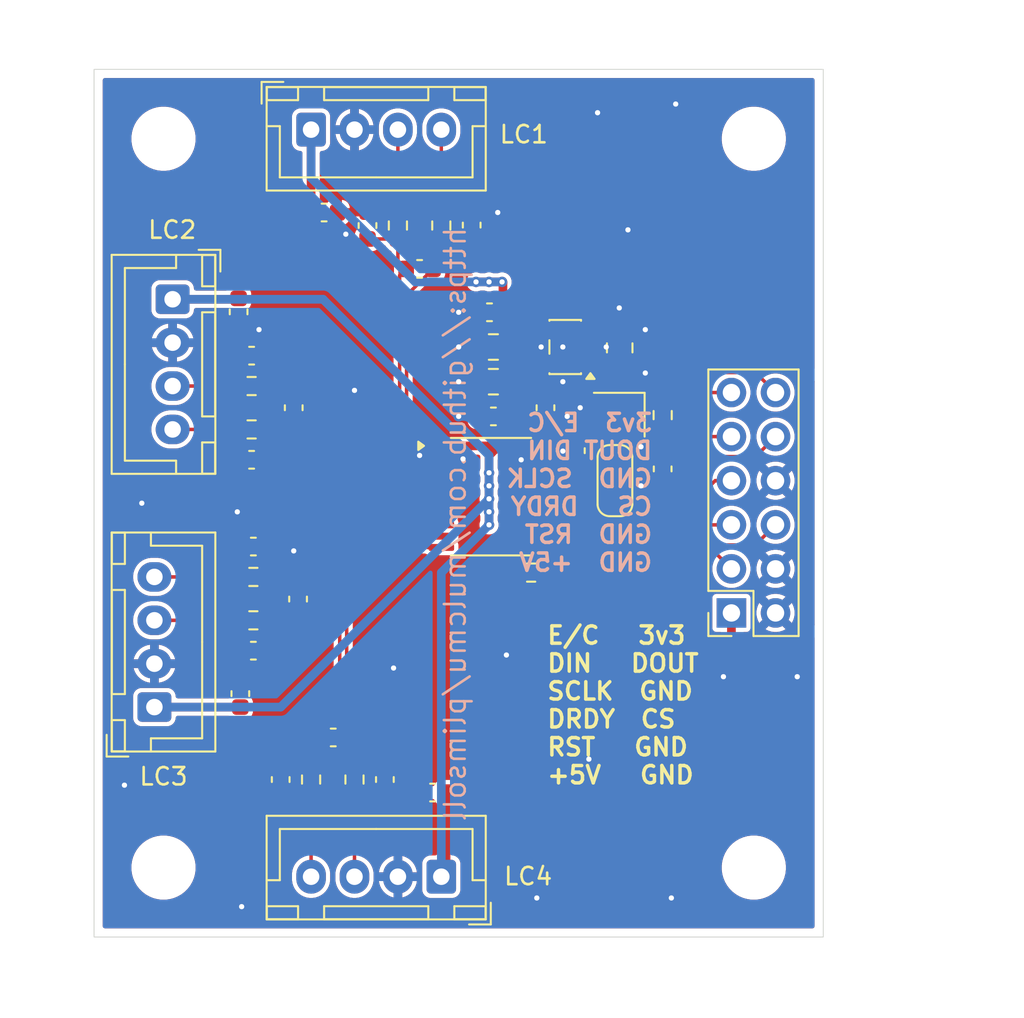
<source format=kicad_pcb>
(kicad_pcb (version 20241229) (generator "pcbnew") (generator_version "9.0")
  (layers (0 "F.Cu" signal) (4 "In1.Cu" signal) (6 "In2.Cu" signal) (2 "B.Cu" signal) (13 "F.Paste" user) (15 "B.Paste" user) (5 "F.SilkS" user "F.Silkscreen") (7 "B.SilkS" user "B.Silkscreen") (1 "F.Mask" user) (3 "B.Mask" user) (25 "Edge.Cuts" user))
  (net 0 "")
  (net 1 "GND")
  (net 2 "Net-(U1-AIN1P)")
  (net 3 "+3.3VADC")
  (net 4 "+3V3")
  (net 5 "Net-(U1-AIN1N)")
  (net 6 "Net-(U1-AIN0P)")
  (net 7 "Net-(U1-AIN0N)")
  (net 8 "+5V")
  (net 9 "Net-(U1-AIN2P)")
  (net 10 "Net-(U1-AIN2N)")
  (net 11 "Net-(U1-AIN3P)")
  (net 12 "Net-(U1-AIN3N)")
  (net 13 "Net-(U1-CAP)")
  (net 14 "/~{CS}")
  (net 15 "/RSET")
  (net 16 "/SCLK")
  (net 17 "/DIN")
  (net 18 "/~{DRDY}")
  (net 19 "/DOUT")
  (net 20 "Net-(Y1-OE)")
  (net 21 "Net-(JP1-C)")
  (net 22 "Net-(JP1-A)")
  (net 24 "/LC1_Signal-")
  (net 25 "/LC1_Signal+")
  (net 26 "/LC2_Signal-")
  (net 27 "/LC2_Signal+")
  (net 28 "/LC3_Signal-")
  (net 29 "/LC3_Signal+")
  (net 30 "/LC4_Signal-")
  (net 31 "/LC4_Signal+")
  (net 32 "/EXT_CLK")
  (footprint "MountingHole:MountingHole_3.2mm_M3" (layer "F.Cu") (at 138 146)
    (property "Reference" "H4" (hide yes))
    (property "Value" "MountingHole")
    (pad "" np_thru_hole circle (at 0 0) (size 3.2 3.2) (drill 3.2) (layers "*.Cu" "*.Mask"))
  )
  (footprint "Resistor_SMD:R_0603_1608Metric" (layer "F.Cu") (at 109.175 129.25 180)
    (property "Reference" "R5" (hide yes))
    (property "Value" "100" (hide yes))
    (pad "1" smd roundrect (at -0.825 0 180) (size 0.8 0.95) (layers "F.Cu" "F.Mask" "F.Paste") (net 9 "Net-(U1-AIN2P)"))
    (pad "2" smd roundrect (at 0.825 0 180) (size 0.8 0.95) (layers "F.Cu" "F.Mask" "F.Paste") (net 29 "/LC3_Signal+"))
  )
  (footprint "Capacitor_SMD:C_0805_2012Metric" (layer "F.Cu") (at 130.275 116.05 90)
    (property "Reference" "C16" (hide yes))
    (property "Value" "1u" (hide yes))
    (pad "1" smd roundrect (at -0.95 0 90) (size 1 1.45) (layers "F.Cu" "F.Mask" "F.Paste") (net 8 "+5V"))
    (pad "2" smd roundrect (at 0.95 0 90) (size 1 1.45) (layers "F.Cu" "F.Mask" "F.Paste") (net 1 "GND"))
  )
  (footprint "Capacitor_SMD:C_0603_1608Metric" (layer "F.Cu") (at 123 120)
    (property "Reference" "C20" (hide yes))
    (property "Value" "100n" (hide yes))
    (pad "1" smd roundrect (at -0.775 0) (size 0.9 0.95) (layers "F.Cu" "F.Mask" "F.Paste") (net 1 "GND"))
    (pad "2" smd roundrect (at 0.775 0) (size 0.9 0.95) (layers "F.Cu" "F.Mask" "F.Paste") (net 3 "+3.3VADC"))
  )
  (footprint "MountingHole:MountingHole_3.2mm_M3" (layer "F.Cu") (at 138 104)
    (property "Reference" "H3" (hide yes))
    (property "Value" "MountingHole")
    (pad "" np_thru_hole circle (at 0 0) (size 3.2 3.2) (drill 3.2) (layers "*.Cu" "*.Mask"))
  )
  (footprint "Package_SO:TSSOP-20_4.4x6.5mm_P0.65mm" (layer "F.Cu") (at 122.8625 124.625)
    (property "Reference" "U1" (hide yes))
    (property "Value" "ADS131M04xPW" (hide yes))
    (pad "1" smd roundrect (at -2.8625 -2.925) (size 1.475 0.4) (layers "F.Cu" "F.Mask" "F.Paste") (net 3 "+3.3VADC"))
    (pad "2" smd roundrect (at -2.8625 -2.275) (size 1.475 0.4) (layers "F.Cu" "F.Mask" "F.Paste") (net 1 "GND"))
    (pad "3" smd roundrect (at -2.8625 -1.625) (size 1.475 0.4) (layers "F.Cu" "F.Mask" "F.Paste") (net 6 "Net-(U1-AIN0P)"))
    (pad "4" smd roundrect (at -2.8625 -0.975) (size 1.475 0.4) (layers "F.Cu" "F.Mask" "F.Paste") (net 7 "Net-(U1-AIN0N)"))
    (pad "5" smd roundrect (at -2.8625 -0.325) (size 1.475 0.4) (layers "F.Cu" "F.Mask" "F.Paste") (net 5 "Net-(U1-AIN1N)"))
    (pad "6" smd roundrect (at -2.8625 0.325) (size 1.475 0.4) (layers "F.Cu" "F.Mask" "F.Paste") (net 2 "Net-(U1-AIN1P)"))
    (pad "7" smd roundrect (at -2.8625 0.975) (size 1.475 0.4) (layers "F.Cu" "F.Mask" "F.Paste") (net 9 "Net-(U1-AIN2P)"))
    (pad "8" smd roundrect (at -2.8625 1.625) (size 1.475 0.4) (layers "F.Cu" "F.Mask" "F.Paste") (net 10 "Net-(U1-AIN2N)"))
    (pad "9" smd roundrect (at -2.8625 2.275) (size 1.475 0.4) (layers "F.Cu" "F.Mask" "F.Paste") (net 12 "Net-(U1-AIN3N)"))
    (pad "10" smd roundrect (at -2.8625 2.925) (size 1.475 0.4) (layers "F.Cu" "F.Mask" "F.Paste") (net 11 "Net-(U1-AIN3P)"))
    (pad "11" smd roundrect (at 2.8625 2.925) (size 1.475 0.4) (layers "F.Cu" "F.Mask" "F.Paste") (net 15 "/RSET"))
    (pad "12" smd roundrect (at 2.8625 2.275) (size 1.475 0.4) (layers "F.Cu" "F.Mask" "F.Paste") (net 14 "/~{CS}"))
    (pad "13" smd roundrect (at 2.8625 1.625) (size 1.475 0.4) (layers "F.Cu" "F.Mask" "F.Paste") (net 18 "/~{DRDY}"))
    (pad "14" smd roundrect (at 2.8625 0.975) (size 1.475 0.4) (layers "F.Cu" "F.Mask" "F.Paste") (net 16 "/SCLK"))
    (pad "15" smd roundrect (at 2.8625 0.325) (size 1.475 0.4) (layers "F.Cu" "F.Mask" "F.Paste") (net 19 "/DOUT"))
    (pad "16" smd roundrect (at 2.8625 -0.325) (size 1.475 0.4) (layers "F.Cu" "F.Mask" "F.Paste") (net 17 "/DIN"))
    (pad "17" smd roundrect (at 2.8625 -0.975) (size 1.475 0.4) (layers "F.Cu" "F.Mask" "F.Paste") (net 21 "Net-(JP1-C)"))
    (pad "18" smd roundrect (at 2.8625 -1.625) (size 1.475 0.4) (layers "F.Cu" "F.Mask" "F.Paste") (net 13 "Net-(U1-CAP)"))
    (pad "19" smd roundrect (at 2.8625 -2.275) (size 1.475 0.4) (layers "F.Cu" "F.Mask" "F.Paste") (net 1 "GND"))
    (pad "20" smd roundrect (at 2.8625 -2.925) (size 1.475 0.4) (layers "F.Cu" "F.Mask" "F.Paste") (net 4 "+3V3"))
  )
  (footprint "Capacitor_SMD:C_0603_1608Metric" (layer "F.Cu") (at 126 119.5 90)
    (property "Reference" "C13" (hide yes))
    (property "Value" "100n" (hide yes))
    (pad "1" smd roundrect (at -0.775 0 90) (size 0.9 0.95) (layers "F.Cu" "F.Mask" "F.Paste") (net 4 "+3V3"))
    (pad "2" smd roundrect (at 0.775 0 90) (size 0.9 0.95) (layers "F.Cu" "F.Mask" "F.Paste") (net 1 "GND"))
  )
  (footprint "Resistor_SMD:R_0603_1608Metric" (layer "F.Cu") (at 125.175 129)
    (property "Reference" "R9" (hide yes))
    (property "Value" "10k" (hide yes))
    (pad "1" smd roundrect (at -0.825 0) (size 0.8 0.95) (layers "F.Cu" "F.Mask" "F.Paste") (net 4 "+3V3"))
    (pad "2" smd roundrect (at 0.825 0) (size 0.8 0.95) (layers "F.Cu" "F.Mask" "F.Paste") (net 15 "/RSET"))
  )
  (footprint "Capacitor_SMD:C_0603_1608Metric" (layer "F.Cu") (at 108.425 135.975 90)
    (property "Reference" "C23" (hide yes))
    (property "Value" "100n" (hide yes))
    (pad "1" smd roundrect (at -0.775 0 90) (size 0.9 0.95) (layers "F.Cu" "F.Mask" "F.Paste") (net 3 "+3.3VADC"))
    (pad "2" smd roundrect (at 0.775 0 90) (size 0.9 0.95) (layers "F.Cu" "F.Mask" "F.Paste") (net 1 "GND"))
  )
  (footprint "Capacitor_SMD:C_0603_1608Metric" (layer "F.Cu") (at 115.75 109 -90)
    (property "Reference" "C2" (hide yes))
    (property "Value" "DNP" (hide yes))
    (pad "1" smd roundrect (at -0.775 0 270) (size 0.9 0.95) (layers "F.Cu" "F.Mask" "F.Paste") (net 1 "GND"))
    (pad "2" smd roundrect (at 0.775 0 270) (size 0.9 0.95) (layers "F.Cu" "F.Mask" "F.Paste") (net 7 "Net-(U1-AIN0N)"))
  )
  (footprint "Connector_PinSocket_2.54mm:PinSocket_2x06_P2.54mm_Vertical" (layer "F.Cu") (at 136.71 131.325 180)
    (property "Reference" "J1" (hide yes))
    (property "Value" "Conn_02x06_Odd_Even" (hide yes))
    (pad "1" thru_hole rect (at 0 0 180) (size 1.7 1.7) (drill 1) (layers "*.Cu" "*.Mask") (net 8 "+5V"))
    (pad "2" thru_hole circle (at -2.54 0 180) (size 1.7 1.7) (drill 1) (layers "*.Cu" "*.Mask") (net 1 "GND"))
    (pad "3" thru_hole circle (at 0 2.54 180) (size 1.7 1.7) (drill 1) (layers "*.Cu" "*.Mask") (net 15 "/RSET"))
    (pad "4" thru_hole circle (at -2.54 2.54 180) (size 1.7 1.7) (drill 1) (layers "*.Cu" "*.Mask") (net 1 "GND"))
    (pad "5" thru_hole circle (at 0 5.08 180) (size 1.7 1.7) (drill 1) (layers "*.Cu" "*.Mask") (net 18 "/~{DRDY}"))
    (pad "6" thru_hole circle (at -2.54 5.08 180) (size 1.7 1.7) (drill 1) (layers "*.Cu" "*.Mask") (net 14 "/~{CS}"))
    (pad "7" thru_hole circle (at 0 7.62 180) (size 1.7 1.7) (drill 1) (layers "*.Cu" "*.Mask") (net 16 "/SCLK"))
    (pad "8" thru_hole circle (at -2.54 7.62 180) (size 1.7 1.7) (drill 1) (layers "*.Cu" "*.Mask") (net 1 "GND"))
    (pad "9" thru_hole circle (at 0 10.16 180) (size 1.7 1.7) (drill 1) (layers "*.Cu" "*.Mask") (net 17 "/DIN"))
    (pad "10" thru_hole circle (at -2.54 10.16 180) (size 1.7 1.7) (drill 1) (layers "*.Cu" "*.Mask") (net 19 "/DOUT"))
    (pad "11" thru_hole circle (at 0 12.7 180) (size 1.7 1.7) (drill 1) (layers "*.Cu" "*.Mask") (net 32 "/EXT_CLK"))
    (pad "12" thru_hole circle (at -2.54 12.7 180) (size 1.7 1.7) (drill 1) (layers "*.Cu" "*.Mask") (net 4 "+3V3"))
  )
  (footprint "Jumper:SolderJumper-3_P1.3mm_Bridged12_RoundedPad1.0x1.5mm_NumberLabels" (layer "F.Cu") (at 130 123.7 -90)
    (property "Reference" "JP1" (hide yes))
    (property "Value" "CLK" (hide yes))
    (fp_poly (pts (xy -0.9 -0.3) (xy -0.4 -0.3) (xy -0.4 0.3) (xy -0.9 0.3)) (fill yes) (layer "F.Cu"))
    (pad "1" smd custom (at -1.3 0 270) (size 1 0.5) (layers "F.Cu" "F.Mask") (net 22 "Net-(JP1-A)") (options (clearance outline) (anchor rect)) (primitives (gr_poly (pts (xy 0.55 0.75) (xy 0 0.75) (xy 0 -0.75) (xy 0.55 -0.75)) (width 0) (fill yes)) (gr_circle (center 0 0.25) (end 0.5 0.25) (width 0) (fill yes)) (gr_circle (center 0 -0.25) (end 0.5 -0.25) (width 0) (fill yes))))
    (pad "2" smd rect (at 0 0 270) (size 1 1.5) (layers "F.Cu" "F.Mask") (net 21 "Net-(JP1-C)"))
    (pad "3" smd custom (at 1.3 0 270) (size 1 0.5) (layers "F.Cu" "F.Mask") (net 32 "/EXT_CLK") (options (clearance outline) (anchor rect)) (primitives (gr_circle (center 0 0.25) (end 0.5 0.25) (width 0) (fill yes)) (gr_circle (center 0 -0.25) (end 0.5 -0.25) (width 0) (fill yes)) (gr_poly (pts (xy 0 0.75) (xy -0.55 0.75) (xy -0.55 -0.75) (xy 0 -0.75)) (width 0) (fill yes))))
  )
  (footprint "Resistor_SMD:R_0603_1608Metric" (layer "F.Cu") (at 120 109 90)
    (property "Reference" "R1" (hide yes))
    (property "Value" "100" (hide yes))
    (pad "1" smd roundrect (at -0.825 0 90) (size 0.8 0.95) (layers "F.Cu" "F.Mask" "F.Paste") (net 6 "Net-(U1-AIN0P)"))
    (pad "2" smd roundrect (at 0.825 0 90) (size 0.8 0.95) (layers "F.Cu" "F.Mask" "F.Paste") (net 25 "/LC1_Signal+"))
  )
  (footprint "Capacitor_SMD:C_0603_1608Metric" (layer "F.Cu") (at 121.75 108.975 -90)
    (property "Reference" "C1" (hide yes))
    (property "Value" "DNP" (hide yes))
    (pad "1" smd roundrect (at -0.775 0 270) (size 0.9 0.95) (layers "F.Cu" "F.Mask" "F.Paste") (net 1 "GND"))
    (pad "2" smd roundrect (at 0.775 0 270) (size 0.9 0.95) (layers "F.Cu" "F.Mask" "F.Paste") (net 6 "Net-(U1-AIN0P)"))
  )
  (footprint "Capacitor_SMD:C_0603_1608Metric" (layer "F.Cu") (at 127.75 121.975 90)
    (property "Reference" "C15" (hide yes))
    (property "Value" "220n" (hide yes))
    (pad "1" smd roundrect (at -0.775 0 90) (size 0.9 0.95) (layers "F.Cu" "F.Mask" "F.Paste") (net 13 "Net-(U1-CAP)"))
    (pad "2" smd roundrect (at 0.775 0 90) (size 0.9 0.95) (layers "F.Cu" "F.Mask" "F.Paste") (net 1 "GND"))
  )
  (footprint "Capacitor_SMD:C_0805_2012Metric" (layer "F.Cu") (at 123 118 180)
    (property "Reference" "C19" (hide yes))
    (property "Value" "10u" (hide yes))
    (pad "1" smd roundrect (at -0.95 0 180) (size 1 1.45) (layers "F.Cu" "F.Mask" "F.Paste") (net 3 "+3.3VADC"))
    (pad "2" smd roundrect (at 0.95 0 180) (size 1 1.45) (layers "F.Cu" "F.Mask" "F.Paste") (net 1 "GND"))
  )
  (footprint "Capacitor_SMD:C_0603_1608Metric" (layer "F.Cu") (at 118.75 111.5)
    (property "Reference" "C9" (hide yes))
    (property "Value" "100n" (hide yes))
    (pad "1" smd roundrect (at -0.775 0) (size 0.9 0.95) (layers "F.Cu" "F.Mask" "F.Paste") (net 7 "Net-(U1-AIN0N)"))
    (pad "2" smd roundrect (at 0.775 0) (size 0.9 0.95) (layers "F.Cu" "F.Mask" "F.Paste") (net 6 "Net-(U1-AIN0P)"))
  )
  (footprint "Connector_JST:JST_XH_B4B-XH-A_1x04_P2.50mm_Vertical" (layer "F.Cu") (at 103.475 136.75 90)
    (property "Reference" "LC3" (at -4 0.525 180) (layer "F.SilkS"))
    (property "Value" "Load Cell")
    (pad "1" thru_hole roundrect (at 0 0 90) (size 1.7 1.95) (drill 0.95) (layers "*.Cu" "*.Mask") (roundrect_rratio 0.147059) (net 3 "+3.3VADC"))
    (pad "2" thru_hole oval (at 2.5 0 90) (size 1.7 1.95) (drill 0.95) (layers "*.Cu" "*.Mask") (net 1 "GND"))
    (pad "3" thru_hole oval (at 5 0 90) (size 1.7 1.95) (drill 0.95) (layers "*.Cu" "*.Mask") (net 28 "/LC3_Signal-"))
    (pad "4" thru_hole oval (at 7.5 0 90) (size 1.7 1.95) (drill 0.95) (layers "*.Cu" "*.Mask") (net 29 "/LC3_Signal+"))
  )
  (footprint "Capacitor_SMD:C_0603_1608Metric" (layer "F.Cu") (at 116.75 140.925 90)
    (property "Reference" "C8" (hide yes))
    (property "Value" "DNP" (hide yes))
    (pad "1" smd roundrect (at -0.775 0 90) (size 0.9 0.95) (layers "F.Cu" "F.Mask" "F.Paste") (net 1 "GND"))
    (pad "2" smd roundrect (at 0.775 0 90) (size 0.9 0.95) (layers "F.Cu" "F.Mask" "F.Paste") (net 11 "Net-(U1-AIN3P)"))
  )
  (footprint "Capacitor_SMD:C_0603_1608Metric" (layer "F.Cu") (at 109.075 122.5)
    (property "Reference" "C3" (hide yes))
    (property "Value" "DNP" (hide yes))
    (pad "1" smd roundrect (at -0.775 0) (size 0.9 0.95) (layers "F.Cu" "F.Mask" "F.Paste") (net 1 "GND"))
    (pad "2" smd roundrect (at 0.775 0) (size 0.9 0.95) (layers "F.Cu" "F.Mask" "F.Paste") (net 2 "Net-(U1-AIN1P)"))
  )
  (footprint "Resistor_SMD:R_0603_1608Metric" (layer "F.Cu") (at 109.175 131.75 180)
    (property "Reference" "R6" (hide yes))
    (property "Value" "100" (hide yes))
    (pad "1" smd roundrect (at -0.825 0 180) (size 0.8 0.95) (layers "F.Cu" "F.Mask" "F.Paste") (net 10 "Net-(U1-AIN2N)"))
    (pad "2" smd roundrect (at 0.825 0 180) (size 0.8 0.95) (layers "F.Cu" "F.Mask" "F.Paste") (net 28 "/LC3_Signal-"))
  )
  (footprint "Capacitor_SMD:C_0603_1608Metric" (layer "F.Cu") (at 119.5 141.675 180)
    (property "Reference" "C24" (hide yes))
    (property "Value" "100n" (hide yes))
    (pad "1" smd roundrect (at -0.775 0 180) (size 0.9 0.95) (layers "F.Cu" "F.Mask" "F.Paste") (net 3 "+3.3VADC"))
    (pad "2" smd roundrect (at 0.775 0 180) (size 0.9 0.95) (layers "F.Cu" "F.Mask" "F.Paste") (net 1 "GND"))
  )
  (footprint "Resistor_SMD:R_0603_1608Metric" (layer "F.Cu") (at 132.75 119.925 90)
    (property "Reference" "R10" (hide yes))
    (property "Value" "10k" (hide yes))
    (pad "1" smd roundrect (at -0.825 0 90) (size 0.8 0.95) (layers "F.Cu" "F.Mask" "F.Paste") (net 4 "+3V3"))
    (pad "2" smd roundrect (at 0.825 0 90) (size 0.8 0.95) (layers "F.Cu" "F.Mask" "F.Paste") (net 20 "Net-(Y1-OE)"))
  )
  (footprint "Connector_JST:JST_XH_B4B-XH-A_1x04_P2.50mm_Vertical" (layer "F.Cu") (at 120 146.525 180)
    (property "Reference" "LC4" (at -5 0.025 0) (layer "F.SilkS"))
    (property "Value" "Load Cell")
    (pad "1" thru_hole roundrect (at 0 0 180) (size 1.7 1.95) (drill 0.95) (layers "*.Cu" "*.Mask") (roundrect_rratio 0.147059) (net 3 "+3.3VADC"))
    (pad "2" thru_hole oval (at 2.5 0 180) (size 1.7 1.95) (drill 0.95) (layers "*.Cu" "*.Mask") (net 1 "GND"))
    (pad "3" thru_hole oval (at 5 0 180) (size 1.7 1.95) (drill 0.95) (layers "*.Cu" "*.Mask") (net 30 "/LC4_Signal-"))
    (pad "4" thru_hole oval (at 7.5 0 180) (size 1.7 1.95) (drill 0.95) (layers "*.Cu" "*.Mask") (net 31 "/LC4_Signal+"))
  )
  (footprint "Oscillator:Oscillator_SMD_SiT_PQFN-4Pin_2.0x1.6mm" (layer "F.Cu") (at 130.25 119.9 180)
    (property "Reference" "Y1" (hide yes))
    (property "Value" "SiT8008xx-7x-xxE" (hide yes))
    (pad "1" smd roundrect (at -0.75 0.6 180) (size 0.9 0.8) (layers "F.Cu" "F.Mask" "F.Paste") (net 20 "Net-(Y1-OE)"))
    (pad "2" smd roundrect (at 0.75 0.6 180) (size 0.9 0.8) (layers "F.Cu" "F.Mask" "F.Paste") (net 1 "GND"))
    (pad "3" smd roundrect (at 0.75 -0.6 180) (size 0.9 0.8) (layers "F.Cu" "F.Mask" "F.Paste") (net 22 "Net-(JP1-A)"))
    (pad "4" smd roundrect (at -0.75 -0.6 180) (size 0.9 0.8) (layers "F.Cu" "F.Mask" "F.Paste") (net 4 "+3V3"))
  )
  (footprint "Capacitor_SMD:C_0603_1608Metric" (layer "F.Cu") (at 113.775 138.5 180)
    (property "Reference" "C12" (hide yes))
    (property "Value" "100n" (hide yes))
    (pad "1" smd roundrect (at -0.775 0 180) (size 0.9 0.95) (layers "F.Cu" "F.Mask" "F.Paste") (net 11 "Net-(U1-AIN3P)"))
    (pad "2" smd roundrect (at 0.775 0 180) (size 0.9 0.95) (layers "F.Cu" "F.Mask" "F.Paste") (net 12 "Net-(U1-AIN3N)"))
  )
  (footprint "MountingHole:MountingHole_3.2mm_M3" (layer "F.Cu") (at 104 104)
    (property "Reference" "H1" (hide yes))
    (property "Value" "MountingHole")
    (pad "" np_thru_hole circle (at 0 0) (size 3.2 3.2) (drill 3.2) (layers "*.Cu" "*.Mask"))
  )
  (footprint "Capacitor_SMD:C_0603_1608Metric" (layer "F.Cu") (at 109.175 127.5)
    (property "Reference" "C5" (hide yes))
    (property "Value" "DNP" (hide yes))
    (pad "1" smd roundrect (at -0.775 0) (size 0.9 0.95) (layers "F.Cu" "F.Mask" "F.Paste") (net 1 "GND"))
    (pad "2" smd roundrect (at 0.775 0) (size 0.9 0.95) (layers "F.Cu" "F.Mask" "F.Paste") (net 9 "Net-(U1-AIN2P)"))
  )
  (footprint "Resistor_SMD:R_0603_1608Metric" (layer "F.Cu") (at 117.5 109 90)
    (property "Reference" "R2" (hide yes))
    (property "Value" "100" (hide yes))
    (pad "1" smd roundrect (at -0.825 0 90) (size 0.8 0.95) (layers "F.Cu" "F.Mask" "F.Paste") (net 7 "Net-(U1-AIN0N)"))
    (pad "2" smd roundrect (at 0.825 0 90) (size 0.8 0.95) (layers "F.Cu" "F.Mask" "F.Paste") (net 24 "/LC1_Signal-"))
  )
  (footprint "Resistor_SMD:R_0603_1608Metric" (layer "F.Cu") (at 109.075 118.25 180)
    (property "Reference" "R4" (hide yes))
    (property "Value" "100" (hide yes))
    (pad "1" smd roundrect (at -0.825 0 180) (size 0.8 0.95) (layers "F.Cu" "F.Mask" "F.Paste") (net 5 "Net-(U1-AIN1N)"))
    (pad "2" smd roundrect (at 0.825 0 180) (size 0.8 0.95) (layers "F.Cu" "F.Mask" "F.Paste") (net 26 "/LC2_Signal-"))
  )
  (footprint "Resistor_SMD:R_0603_1608Metric" (layer "F.Cu") (at 112.5 140.925 -90)
    (property "Reference" "R7" (hide yes))
    (property "Value" "100" (hide yes))
    (pad "1" smd roundrect (at -0.825 0 270) (size 0.8 0.95) (layers "F.Cu" "F.Mask" "F.Paste") (net 12 "Net-(U1-AIN3N)"))
    (pad "2" smd roundrect (at 0.825 0 270) (size 0.8 0.95) (layers "F.Cu" "F.Mask" "F.Paste") (net 31 "/LC4_Signal+"))
  )
  (footprint "Capacitor_SMD:C_0603_1608Metric" (layer "F.Cu") (at 111.5 119.5 -90)
    (property "Reference" "C10" (hide yes))
    (property "Value" "100n" (hide yes))
    (pad "1" smd roundrect (at -0.775 0 270) (size 0.9 0.95) (layers "F.Cu" "F.Mask" "F.Paste") (net 5 "Net-(U1-AIN1N)"))
    (pad "2" smd roundrect (at 0.775 0 270) (size 0.9 0.95) (layers "F.Cu" "F.Mask" "F.Paste") (net 2 "Net-(U1-AIN1P)"))
  )
  (footprint "Resistor_SMD:R_0603_1608Metric" (layer "F.Cu") (at 115 140.925 -90)
    (property "Reference" "R8" (hide yes))
    (property "Value" "100" (hide yes))
    (pad "1" smd roundrect (at -0.825 0 270) (size 0.8 0.95) (layers "F.Cu" "F.Mask" "F.Paste") (net 11 "Net-(U1-AIN3P)"))
    (pad "2" smd roundrect (at 0.825 0 270) (size 0.8 0.95) (layers "F.Cu" "F.Mask" "F.Paste") (net 30 "/LC4_Signal-"))
  )
  (footprint "Capacitor_SMD:C_0603_1608Metric" (layer "F.Cu") (at 108.325 113.975 -90)
    (property "Reference" "C22" (hide yes))
    (property "Value" "100n" (hide yes))
    (pad "1" smd roundrect (at -0.775 0 270) (size 0.9 0.95) (layers "F.Cu" "F.Mask" "F.Paste") (net 3 "+3.3VADC"))
    (pad "2" smd roundrect (at 0.775 0 270) (size 0.9 0.95) (layers "F.Cu" "F.Mask" "F.Paste") (net 1 "GND"))
  )
  (footprint "Capacitor_SMD:C_0603_1608Metric" (layer "F.Cu") (at 122.775 114 180)
    (property "Reference" "C14" (hide yes))
    (property "Value" "100n" (hide yes))
    (pad "1" smd roundrect (at -0.775 0 180) (size 0.9 0.95) (layers "F.Cu" "F.Mask" "F.Paste") (net 3 "+3.3VADC"))
    (pad "2" smd roundrect (at 0.775 0 180) (size 0.9 0.95) (layers "F.Cu" "F.Mask" "F.Paste") (net 1 "GND"))
  )
  (footprint "Capacitor_SMD:C_0805_2012Metric" (layer "F.Cu") (at 123 116 180)
    (property "Reference" "C18" (hide yes))
    (property "Value" "1u" (hide yes))
    (pad "1" smd roundrect (at -0.95 0 180) (size 1 1.45) (layers "F.Cu" "F.Mask" "F.Paste") (net 3 "+3.3VADC"))
    (pad "2" smd roundrect (at 0.95 0 180) (size 1 1.45) (layers "F.Cu" "F.Mask" "F.Paste") (net 1 "GND"))
  )
  (footprint "Capacitor_SMD:C_0603_1608Metric" (layer "F.Cu") (at 132.75 123.025 -90)
    (property "Reference" "C17" (hide yes))
    (property "Value" "100n" (hide yes))
    (pad "1" smd roundrect (at -0.775 0 270) (size 0.9 0.95) (layers "F.Cu" "F.Mask" "F.Paste") (net 4 "+3V3"))
    (pad "2" smd roundrect (at 0.775 0 270) (size 0.9 0.95) (layers "F.Cu" "F.Mask" "F.Paste") (net 1 "GND"))
  )
  (footprint "Capacitor_SMD:C_0603_1608Metric" (layer "F.Cu") (at 113.25 108.25)
    (property "Reference" "C21" (hide yes))
    (property "Value" "100n" (hide yes))
    (pad "1" smd roundrect (at -0.775 0) (size 0.9 0.95) (layers "F.Cu" "F.Mask" "F.Paste") (net 3 "+3.3VADC"))
    (pad "2" smd roundrect (at 0.775 0) (size 0.9 0.95) (layers "F.Cu" "F.Mask" "F.Paste") (net 1 "GND"))
  )
  (footprint "Connector_JST:JST_XH_B4B-XH-A_1x04_P2.50mm_Vertical" (layer "F.Cu") (at 104.525 113.25 -90)
    (property "Reference" "LC2" (at -4 0.025 180) (layer "F.SilkS"))
    (property "Value" "Load Cell")
    (pad "1" thru_hole roundrect (at 0 0 270) (size 1.7 1.95) (drill 0.95) (layers "*.Cu" "*.Mask") (roundrect_rratio 0.147059) (net 3 "+3.3VADC"))
    (pad "2" thru_hole oval (at 2.5 0 270) (size 1.7 1.95) (drill 0.95) (layers "*.Cu" "*.Mask") (net 1 "GND"))
    (pad "3" thru_hole oval (at 5 0 270) (size 1.7 1.95) (drill 0.95) (layers "*.Cu" "*.Mask") (net 26 "/LC2_Signal-"))
    (pad "4" thru_hole oval (at 7.5 0 270) (size 1.7 1.95) (drill 0.95) (layers "*.Cu" "*.Mask") (net 27 "/LC2_Signal+"))
  )
  (footprint "MountingHole:MountingHole_3.2mm_M3" (layer "F.Cu") (at 104 146)
    (property "Reference" "H2" (hide yes))
    (property "Value" "MountingHole")
    (pad "" np_thru_hole circle (at 0 0) (size 3.2 3.2) (drill 3.2) (layers "*.Cu" "*.Mask"))
  )
  (footprint "Capacitor_SMD:C_0603_1608Metric" (layer "F.Cu") (at 109.175 133.5)
    (property "Reference" "C6" (hide yes))
    (property "Value" "DNP" (hide yes))
    (pad "1" smd roundrect (at -0.775 0) (size 0.9 0.95) (layers "F.Cu" "F.Mask" "F.Paste") (net 1 "GND"))
    (pad "2" smd roundrect (at 0.775 0) (size 0.9 0.95) (layers "F.Cu" "F.Mask" "F.Paste") (net 10 "Net-(U1-AIN2N)"))
  )
  (footprint "Capacitor_SMD:C_0603_1608Metric" (layer "F.Cu") (at 110.75 140.925 90)
    (property "Reference" "C7" (hide yes))
    (property "Value" "DNP" (hide yes))
    (pad "1" smd roundrect (at -0.775 0 90) (size 0.9 0.95) (layers "F.Cu" "F.Mask" "F.Paste") (net 1 "GND"))
    (pad "2" smd roundrect (at 0.775 0 90) (size 0.9 0.95) (layers "F.Cu" "F.Mask" "F.Paste") (net 12 "Net-(U1-AIN3N)"))
  )
  (footprint "Package_TO_SOT_SMD:SOT-23-5" (layer "F.Cu") (at 127.1375 116 180)
    (property "Reference" "U2" (hide yes))
    (property "Value" "RS3236-3.3" (hide yes))
    (pad "1" smd roundrect (at -1.1375 -0.95 180) (size 1.325 0.6) (layers "F.Cu" "F.Mask" "F.Paste") (net 8 "+5V"))
    (pad "2" smd roundrect (at -1.1375 0 180) (size 1.325 0.6) (layers "F.Cu" "F.Mask" "F.Paste") (net 1 "GND"))
    (pad "3" smd roundrect (at -1.1375 0.95 180) (size 1.325 0.6) (layers "F.Cu" "F.Mask" "F.Paste") (net 8 "+5V"))
    (pad "4" smd roundrect (at 1.1375 0.95 180) (size 1.325 0.6) (layers "F.Cu" "F.Mask" "F.Paste"))
    (pad "5" smd roundrect (at 1.1375 -0.95 180) (size 1.325 0.6) (layers "F.Cu" "F.Mask" "F.Paste") (net 3 "+3.3VADC"))
  )
  (footprint "Capacitor_SMD:C_0603_1608Metric" (layer "F.Cu") (at 109.075 116.5)
    (property "Reference" "C4" (hide yes))
    (property "Value" "DNP" (hide yes))
    (pad "1" smd roundrect (at -0.775 0) (size 0.9 0.95) (layers "F.Cu" "F.Mask" "F.Paste") (net 1 "GND"))
    (pad "2" smd roundrect (at 0.775 0) (size 0.9 0.95) (layers "F.Cu" "F.Mask" "F.Paste") (net 5 "Net-(U1-AIN1N)"))
  )
  (footprint "Connector_JST:JST_XH_B4B-XH-A_1x04_P2.50mm_Vertical" (layer "F.Cu") (at 112.5 103.475)
    (property "Reference" "LC1" (at 12.25 0.275 0) (layer "F.SilkS"))
    (property "Value" "Load Cell")
    (pad "1" thru_hole roundrect (at 0 0) (size 1.7 1.95) (drill 0.95) (layers "*.Cu" "*.Mask") (roundrect_rratio 0.147059) (net 3 "+3.3VADC"))
    (pad "2" thru_hole oval (at 2.5 0) (size 1.7 1.95) (drill 0.95) (layers "*.Cu" "*.Mask") (net 1 "GND"))
    (pad "3" thru_hole oval (at 5 0) (size 1.7 1.95) (drill 0.95) (layers "*.Cu" "*.Mask") (net 24 "/LC1_Signal-"))
    (pad "4" thru_hole oval (at 7.5 0) (size 1.7 1.95) (drill 0.95) (layers "*.Cu" "*.Mask") (net 25 "/LC1_Signal+"))
  )
  (footprint "Resistor_SMD:R_0603_1608Metric" (layer "F.Cu") (at 109.075 120.75 180)
    (property "Reference" "R3" (hide yes))
    (property "Value" "100" (hide yes))
    (pad "1" smd roundrect (at -0.825 0 180) (size 0.8 0.95) (layers "F.Cu" "F.Mask" "F.Paste") (net 2 "Net-(U1-AIN1P)"))
    (pad "2" smd roundrect (at 0.825 0 180) (size 0.8 0.95) (layers "F.Cu" "F.Mask" "F.Paste") (net 27 "/LC2_Signal+"))
  )
  (footprint "Capacitor_SMD:C_0603_1608Metric" (layer "F.Cu") (at 111.75 130.525 90)
    (property "Reference" "C11" (hide yes))
    (property "Value" "100n" (hide yes))
    (pad "1" smd roundrect (at -0.775 0 90) (size 0.9 0.95) (layers "F.Cu" "F.Mask" "F.Paste") (net 10 "Net-(U1-AIN2N)"))
    (pad "2" smd roundrect (at 0.775 0 90) (size 0.9 0.95) (layers "F.Cu" "F.Mask" "F.Paste") (net 9 "Net-(U1-AIN2P)"))
  )
  (gr_rect (start 100 100) (end 142 150) (stroke (width 0.05)) (fill no) (layer "Edge.Cuts"))
  (gr_text "E/C   3v3\nDIN   DOUT\nSCLK  GND\nDRDY  CS\nRST   GND\n+5V   GND" (at 126 141.25 0) (layer "F.SilkS") (effects (font (size 1 1) (thickness 0.2) (bold yes)) (justify left bottom)))
  (gr_text "3v3  E/C   \nDOUT DIN   \nGND  SCLK  \nCS   DRDY  \nGND  RST   \nGND  +5V   " (at 132.25 129 0) (layer "B.SilkS") (effects (font (size 1 1) (thickness 0.2) (bold yes)) (justify left bottom mirror)))
  (gr_text "https://github.com/mulcmu/plimsoll" (at 121.5 109 90) (layer "B.SilkS") (effects (font (size 1.2 1.2)) (justify left bottom mirror)))
  (segment (start 127.75 121.2) (end 127.75 119.75) (width 0.2) (layer "F.Cu") (net 1))
  (segment (start 131.7 123.8) (end 131.5 124) (width 0.2) (layer "F.Cu") (net 1))
  (segment (start 124.75 122.35) (end 124.6 122.5) (width 0.2) (layer "F.Cu") (net 1))
  (segment (start 128.2 119.3) (end 128 119.5) (width 0.2) (layer "F.Cu") (net 1))
  (segment (start 129.5 119.3) (end 128.2 119.3) (width 0.2) (layer "F.Cu") (net 1))
  (segment (start 125.725 122.35) (end 124.75 122.35) (width 0.2) (layer "F.Cu") (net 1))
  (segment (start 126.6 122.35) (end 127.75 121.2) (width 0.2) (layer "F.Cu") (net 1))
  (segment (start 132.75 123.8) (end 131.7 123.8) (width 0.2) (layer "F.Cu") (net 1))
  (segment (start 127.75 119.75) (end 128 119.5) (width 0.2) (layer "F.Cu") (net 1))
  (segment (start 125.725 122.35) (end 126.6 122.35) (width 0.2) (layer "F.Cu") (net 1))
  (via (at 130.75 109.25) (size 0.6) (drill 0.3) (layers "F.Cu" "B.Cu") (net 1))
  (via (at 140.5 135) (size 0.6) (drill 0.3) (layers "F.Cu" "B.Cu") (net 1))
  (via (at 133.5 102) (size 0.6) (drill 0.3) (layers "F.Cu" "B.Cu") (net 1))
  (via (at 125.5 147.75) (size 0.6) (drill 0.3) (layers "F.Cu" "B.Cu") (net 1))
  (via (at 133.25 147.75) (size 0.6) (drill 0.3) (layers "F.Cu" "B.Cu") (net 1))
  (via (at 127 116) (size 0.6) (drill 0.3) (layers "F.Cu" "B.Cu") (net 1))
  (via (at 131.75 115) (size 0.6) (drill 0.3) (layers "F.Cu" "B.Cu") (net 1))
  (via (at 129 102.5) (size 0.6) (drill 0.3) (layers "F.Cu" "B.Cu") (net 1))
  (via (at 109.5 115) (size 0.6) (drill 0.3) (layers "F.Cu" "B.Cu") (net 1))
  (via (at 123.25 108.25) (size 0.6) (drill 0.3) (layers "F.Cu" "B.Cu") (net 1))
  (via (at 121 116) (size 0.6) (drill 0.3) (layers "F.Cu" "B.Cu") (net 1))
  (via (at 118.75 122.25) (size 0.6) (drill 0.3) (layers "F.Cu" "B.Cu") (net 1))
  (via (at 102.75 125) (size 0.6) (drill 0.3) (layers "F.Cu" "B.Cu") (net 1))
  (via (at 129.5 116) (size 0.6) (drill 0.3) (layers "F.Cu" "B.Cu") (net 1))
  (via (at 124.6 122.5) (size 0.6) (drill 0.3) (layers "F.Cu" "B.Cu") (net 1))
  (via (at 111.5 127.75) (size 0.6) (drill 0.3) (layers "F.Cu" "B.Cu") (net 1))
  (via (at 108.5 148.25) (size 0.6) (drill 0.3) (layers "F.Cu" "B.Cu") (net 1))
  (via (at 127 118) (size 0.6) (drill 0.3) (layers "F.Cu" "B.Cu") (net 1))
  (via (at 125.75 116) (size 0.6) (drill 0.3) (layers "F.Cu" "B.Cu") (net 1))
  (via (at 131.5 124) (size 0.6) (drill 0.3) (layers "F.Cu" "B.Cu") (net 1))
  (via (at 115 118.5) (size 0.6) (drill 0.3) (layers "F.Cu" "B.Cu") (net 1))
  (via (at 117.25 134.5) (size 0.6) (drill 0.3) (layers "F.Cu" "B.Cu") (net 1))
  (via (at 136.25 135) (size 0.6) (drill 0.3) (layers "F.Cu" "B.Cu") (net 1))
  (via (at 121 114) (size 0.6) (drill 0.3) (layers "F.Cu" "B.Cu") (net 1))
  (via (at 130.25 113.75) (size 0.6) (drill 0.3) (layers "F.Cu" "B.Cu") (net 1))
  (via (at 121.25 122.45) (size 0.6) (drill 0.3) (layers "F.Cu" "B.Cu") (net 1))
  (via (at 121 120) (size 0.6) (drill 0.3) (layers "F.Cu" "B.Cu") (net 1))
  (via (at 128.5 139.75) (size 0.6) (drill 0.3) (layers "F.Cu" "B.Cu") (net 1))
  (via (at 128 119.5) (size 0.6) (drill 0.3) (layers "F.Cu" "B.Cu") (net 1))
  (via (at 108.25 125.5) (size 0.6) (drill 0.3) (layers "F.Cu" "B.Cu") (net 1))
  (via (at 101.75 141.25) (size 0.6) (drill 0.3) (layers "F.Cu" "B.Cu") (net 1))
  (via (at 127 122) (size 0.6) (drill 0.3) (layers "F.Cu" "B.Cu") (net 1))
  (via (at 131.75 117.5) (size 0.6) (drill 0.3) (layers "F.Cu" "B.Cu") (net 1))
  (via (at 127.25 120) (size 0.6) (drill 0.3) (layers "F.Cu" "B.Cu") (net 1))
  (via (at 131.5 121.75) (size 0.6) (drill 0.3) (layers "F.Cu" "B.Cu") (net 1))
  (via (at 114.5 109.5) (size 0.6) (drill 0.3) (layers "F.Cu" "B.Cu") (net 1))
  (via (at 121 118) (size 0.6) (drill 0.3) (layers "F.Cu" "B.Cu") (net 1))
  (via (at 123.75 133.75) (size 0.6) (drill 0.3) (layers "F.Cu" "B.Cu") (net 1))
  (segment (start 124.6 122.5) (end 126.25 122.5) (width 0.2) (layer "B.Cu") (net 1))
  (segment (start 109.9 122.45) (end 109.85 122.5) (width 0.2) (layer "F.Cu") (net 2))
  (segment (start 120 124.95) (end 117.1579 124.95) (width 0.2) (layer "F.Cu") (net 2))
  (segment (start 117.1579 124.95) (end 112.4829 120.275) (width 0.2) (layer "F.Cu") (net 2))
  (segment (start 110.375 120.275) (end 109.9 120.75) (width 0.2) (layer "F.Cu") (net 2))
  (segment (start 109.9 120.75) (end 109.9 122.45) (width 0.2) (layer "F.Cu") (net 2))
  (segment (start 111.5 120.275) (end 110.375 120.275) (width 0.2) (layer "F.Cu") (net 2))
  (segment (start 112.4829 120.275) (end 111.5 120.275) (width 0.2) (layer "F.Cu") (net 2))
  (segment (start 123.5 112.25) (end 122 112.25) (width 0.5) (layer "F.Cu") (net 3))
  (segment (start 123.55 114) (end 123.55 112.3) (width 0.5) (layer "F.Cu") (net 3))
  (segment (start 123.55 112.3) (end 123.5 112.25) (width 0.5) (layer "F.Cu") (net 3))
  (segment (start 122.75 122.25) (end 123.3 121.7) (width 0.5) (layer "F.Cu") (net 3))
  (segment (start 108.425 136.75) (end 103.475 136.75) (width 0.5) (layer "F.Cu") (net 3))
  (segment (start 123.95 118) (end 123.95 119.825) (width 0.5) (layer "F.Cu") (net 3))
  (segment (start 122.75 123.25) (end 122.75 122.25) (width 0.5) (layer "F.Cu") (net 3))
  (segment (start 120.275 141.675) (end 120.275 146.25) (width 0.5) (layer "F.Cu") (net 3))
  (segment (start 120 121.7) (end 123.3 121.7) (width 0.5) (layer "F.Cu") (net 3))
  (segment (start 120.275 146.25) (end 120 146.525) (width 0.5) (layer "F.Cu") (net 3))
  (segment (start 123.55 115.6) (end 123.95 116) (width 0.5) (layer "F.Cu") (net 3))
  (segment (start 104.525 113.25) (end 108.275 113.25) (width 0.5) (layer "F.Cu") (net 3))
  (segment (start 123.55 114) (end 123.55 115.6) (width 0.5) (layer "F.Cu") (net 3))
  (segment (start 112.5 103.475) (end 112.5 108.225) (width 0.5) (layer "F.Cu") (net 3))
  (segment (start 123.3 121.7) (end 123.775 121.225) (width 0.5) (layer "F.Cu") (net 3))
  (segment (start 122.75 126.25) (end 122.75 123.25) (width 0.5) (layer "F.Cu") (net 3))
  (segment (start 123.775 121.225) (end 123.775 120) (width 0.5) (layer "F.Cu") (net 3))
  (segment (start 125 116.95) (end 123.95 118) (width 0.5) (layer "F.Cu") (net 3))
  (segment (start 123.95 119.825) (end 123.775 120) (width 0.5) (layer "F.Cu") (net 3))
  (segment (start 123.95 118) (end 123.95 116) (width 0.5) (layer "F.Cu") (net 3))
  (segment (start 122.75 124.75) (end 122.75 125) (width 0.5) (layer "F.Cu") (net 3))
  (segment (start 112.5 108.225) (end 112.475 108.25) (width 0.5) (layer "F.Cu") (net 3))
  (segment (start 126 116.95) (end 125 116.95) (width 0.5) (layer "F.Cu") (net 3))
  (segment (start 108.275 113.25) (end 108.325 113.2) (width 0.5) (layer "F.Cu") (net 3))
  (via (at 122 112.25) (size 0.6) (drill 0.3) (layers "F.Cu" "B.Cu") (net 3))
  (via (at 122.75 125.5) (size 0.6) (drill 0.3) (layers "F.Cu" "B.Cu") (net 3))
  (via (at 122.75 126.25) (size 0.6) (drill 0.3) (layers "F.Cu" "B.Cu") (net 3))
  (via (at 123.5 112.25) (size 0.6) (drill 0.3) (layers "F.Cu" "B.Cu") (net 3))
  (via (at 122.75 112.25) (size 0.6) (drill 0.3) (layers "F.Cu" "B.Cu") (net 3))
  (via (at 122.75 123.25) (size 0.6) (drill 0.3) (layers "F.Cu" "B.Cu") (net 3))
  (via (at 122.75 124) (size 0.6) (drill 0.3) (layers "F.Cu" "B.Cu") (net 3))
  (via (at 122.75 124.75) (size 0.6) (drill 0.3) (layers "F.Cu" "B.Cu") (net 3))
  (segment (start 118.5 112.25) (end 112.5 106.25) (width 0.5) (layer "B.Cu") (net 3))
  (segment (start 122.75 123.25) (end 122.75 122.25) (width 0.5) (layer "B.Cu") (net 3))
  (segment (start 122 112.25) (end 118.5 112.25) (width 0.5) (layer "B.Cu") (net 3))
  (segment (start 122.75 126.25) (end 120 129) (width 0.5) (layer "B.Cu") (net 3))
  (segment (start 122.75 124.75) (end 110.75 136.75) (width 0.5) (layer "B.Cu") (net 3))
  (segment (start 122 112.25) (end 123.5 112.25) (width 0.5) (layer "B.Cu") (net 3))
  (segment (start 122.75 124) (end 122.75 124.75) (width 0.5) (layer "B.Cu") (net 3))
  (segment (start 122.75 122.25) (end 121.251 120.751) (width 0.5) (layer "B.Cu") (net 3))
  (segment (start 112.5 106.25) (end 112.5 103.475) (width 0.5) (layer "B.Cu") (net 3))
  (segment (start 113.187925 113.25) (end 104.525 113.25) (width 0.5) (layer "B.Cu") (net 3))
  (segment (start 120.688925 120.751) (end 113.187925 113.25) (width 0.5) (layer "B.Cu") (net 3))
  (segment (start 110.75 136.75) (end 103.475 136.75) (width 0.5) (layer "B.Cu") (net 3))
  (segment (start 121.251 120.751) (end 120.688925 120.751) (width 0.5) (layer "B.Cu") (net 3))
  (segment (start 120 129) (end 120 146.525) (width 0.5) (layer "B.Cu") (net 3))
  (segment (start 122.75 123.25) (end 122.75 124) (width 0.5) (layer "B.Cu") (net 3))
  (segment (start 122.75 124.75) (end 122.75 126.25) (width 0.5) (layer "B.Cu") (net 3))
  (segment (start 122.75 124) (end 122.75 124.25) (width 0.5) (layer "B.Cu") (net 3))
  (segment (start 135.6829 117.5) (end 134.9329 118.25) (width 0.2) (layer "F.Cu") (net 4))
  (segment (start 132.75 120.4329) (end 132.75 120.75) (width 0.2) (layer "F.Cu") (net 4))
  (segment (start 131.25 120.75) (end 131 120.5) (width 0.2) (layer "F.Cu") (net 4))
  (segment (start 134.9329 118.25) (end 128.025 118.25) (width 0.2) (layer "F.Cu") (net 4))
  (segment (start 135.6829 117.5) (end 132.75 120.4329) (width 0.2) (layer "F.Cu") (net 4))
  (segment (start 139.25 118.625) (end 138.099 117.474) (width 0.2) (layer "F.Cu") (net 4))
  (segment (start 125.725 121.7) (end 124.3 121.7) (width 0.2) (layer "F.Cu") (net 4))
  (segment (start 135.7089 117.474) (end 135.6829 117.5) (width 0.2) (layer "F.Cu") (net 4))
  (segment (start 132.75 120.75) (end 131.25 120.75) (width 0.2) (layer "F.Cu") (net 4))
  (segment (start 126 121.425) (end 126 120.275) (width 0.2) (layer "F.Cu") (net 4))
  (segment (start 138.099 117.474) (end 135.7089 117.474) (width 0.2) (layer "F.Cu") (net 4))
  (segment (start 124 128.65) (end 124.35 129) (width 0.2) (layer "F.Cu") (net 4))
  (segment (start 125.725 121.7) (end 126 121.425) (width 0.2) (layer "F.Cu") (net 4))
  (segment (start 132.75 120.75) (end 132.75 122.25) (width 0.2) (layer "F.Cu") (net 4))
  (segment (start 124 122) (end 124 128.65) (width 0.2) (layer "F.Cu") (net 4))
  (segment (start 124.3 121.7) (end 124 122) (width 0.2) (layer "F.Cu") (net 4))
  (segment (start 128.025 118.25) (end 126 120.275) (width 0.2) (layer "F.Cu") (net 4))
  (segment (start 120 124.3) (end 117.075 124.3) (width 0.2) (layer "F.Cu") (net 5))
  (segment (start 109.9 116.55) (end 109.85 116.5) (width 0.2) (layer "F.Cu") (net 5))
  (segment (start 109.9 118.25) (end 109.9 116.55) (width 0.2) (layer "F.Cu") (net 5))
  (segment (start 117.075 124.3) (end 111.5 118.725) (width 0.2) (layer "F.Cu") (net 5))
  (segment (start 111.5 118.725) (end 110.375 118.725) (width 0.2) (layer "F.Cu") (net 5))
  (segment (start 110.375 118.725) (end 109.9 118.25) (width 0.2) (layer "F.Cu") (net 5))
  (segment (start 120 109.825) (end 120 111.025) (width 0.2) (layer "F.Cu") (net 6))
  (segment (start 118 122.5) (end 118.5 123) (width 0.2) (layer "F.Cu") (net 6))
  (segment (start 119.525 111.5) (end 118 113.025) (width 0.2) (layer "F.Cu") (net 6))
  (segment (start 120 109.825) (end 121.675 109.825) (width 0.2) (layer "F.Cu") (net 6))
  (segment (start 120 111.025) (end 119.525 111.5) (width 0.2) (layer "F.Cu") (net 6))
  (segment (start 121.675 109.825) (end 121.75 109.75) (width 0.2) (layer "F.Cu") (net 6))
  (segment (start 118 113.025) (end 118 122.5) (width 0.2) (layer "F.Cu") (net 6))
  (segment (start 118.5 123) (end 120 123) (width 0.2) (layer "F.Cu") (net 6))
  (segment (start 118.15 123.65) (end 117.599 123.099) (width 0.2) (layer "F.Cu") (net 7))
  (segment (start 117.5 111.025) (end 117.975 111.5) (width 0.2) (layer "F.Cu") (net 7))
  (segment (start 117.599 123.099) (end 117.599 111.876) (width 0.2) (layer "F.Cu") (net 7))
  (segment (start 117.599 111.876) (end 117.975 111.5) (width 0.2) (layer "F.Cu") (net 7))
  (segment (start 117.5 109.825) (end 117.5 111.025) (width 0.2) (layer "F.Cu") (net 7))
  (segment (start 115.75 109.775) (end 117.45 109.775) (width 0.2) (layer "F.Cu") (net 7))
  (segment (start 120 123.65) (end 118.15 123.65) (width 0.2) (layer "F.Cu") (net 7))
  (segment (start 117.45 109.775) (end 117.5 109.825) (width 0.2) (layer "F.Cu") (net 7))
  (segment (start 132 116.25) (end 139.5 116.25) (width 0.5) (layer "F.Cu") (net 8))
  (segment (start 139.5 116.25) (end 141.25 118) (width 0.5) (layer "F.Cu") (net 8))
  (segment (start 130.811075 112.999) (end 132.501 114.688925) (width 0.5) (layer "F.Cu") (net 8))
  (segment (start 132.501 114.688925) (end 132.501 115.749) (width 0.5) (layer "F.Cu") (net 8))
  (segment (start 128.275 115.05) (end 128.275 114.662925) (width 0.5) (layer "F.Cu") (net 8))
  (segment (start 128.325 117) (end 128.275 116.95) (width 0.5) (layer "F.Cu") (net 8))
  (segment (start 132.501 115.749) (end 132 116.25) (width 0.5) (layer "F.Cu") (net 8))
  (segment (start 129.938925 112.999) (end 130.811075 112.999) (width 0.5) (layer "F.Cu") (net 8))
  (segment (start 130.275 117) (end 128.325 117) (width 0.5) (layer "F.Cu") (net 8))
  (segment (start 128.275 114.662925) (end 129.938925 112.999) (width 0.5) (layer "F.Cu") (net 8))
  (segment (start 141.25 132) (end 140 133.25) (width 0.5) (layer "F.Cu") (net 8))
  (segment (start 141.25 118) (end 141.25 132) (width 0.5) (layer "F.Cu") (net 8))
  (segment (start 140 133.25) (end 137.25 133.25) (width 0.5) (layer "F.Cu") (net 8))
  (segment (start 130.275 117) (end 131.025 116.25) (width 0.5) (layer "F.Cu") (net 8))
  (segment (start 131.025 116.25) (end 132 116.25) (width 0.5) (layer "F.Cu") (net 8))
  (segment (start 137.25 133.25) (end 136.71 132.71) (width 0.5) (layer "F.Cu") (net 8))
  (segment (start 136.71 132.71) (end 136.71 131.325) (width 0.5) (layer "F.Cu") (net 8))
  (segment (start 109.95 127.5) (end 109.95 129.2) (width 0.2) (layer "F.Cu") (net 9))
  (segment (start 109.95 129.2) (end 110 129.25) (width 0.2) (layer "F.Cu") (net 9))
  (segment (start 111.75 129.75) (end 112.7329 129.75) (width 0.2) (layer "F.Cu") (net 9))
  (segment (start 116.8829 125.6) (end 120 125.6) (width 0.2) (layer "F.Cu") (net 9))
  (segment (start 110 129.25) (end 111.25 129.25) (width 0.2) (layer "F.Cu") (net 9))
  (segment (start 111.25 129.25) (end 111.75 129.75) (width 0.2) (layer "F.Cu") (net 9))
  (segment (start 112.7329 129.75) (end 116.8829 125.6) (width 0.2) (layer "F.Cu") (net 9))
  (segment (start 116.8 126.25) (end 111.75 131.3) (width 0.2) (layer "F.Cu") (net 10))
  (segment (start 111.75 131.3) (end 110.45 131.3) (width 0.2) (layer "F.Cu") (net 10))
  (segment (start 120 126.25) (end 116.8 126.25) (width 0.2) (layer "F.Cu") (net 10))
  (segment (start 110 133.45) (end 109.95 133.5) (width 0.2) (layer "F.Cu") (net 10))
  (segment (start 110 131.75) (end 110 133.45) (width 0.2) (layer "F.Cu") (net 10))
  (segment (start 110.45 131.3) (end 110 131.75) (width 0.2) (layer "F.Cu") (net 10))
  (segment (start 117.7 127.55) (end 114.55 130.7) (width 0.2) (layer "F.Cu") (net 11))
  (segment (start 114.55 130.7) (end 114.55 138.5) (width 0.2) (layer "F.Cu") (net 11))
  (segment (start 114.55 138.5) (end 114.55 139.65) (width 0.2) (layer "F.Cu") (net 11))
  (segment (start 114.55 139.65) (end 115 140.1) (width 0.2) (layer "F.Cu") (net 11))
  (segment (start 116.75 140.15) (end 115.05 140.15) (width 0.2) (layer "F.Cu") (net 11))
  (segment (start 120 127.55) (end 117.7 127.55) (width 0.2) (layer "F.Cu") (net 11))
  (segment (start 115.05 140.15) (end 115 140.1) (width 0.2) (layer "F.Cu") (net 11))
  (segment (start 114.149 130.5339) (end 114.149 137.351) (width 0.2) (layer "F.Cu") (net 12))
  (segment (start 113 139.6) (end 112.5 140.1) (width 0.2) (layer "F.Cu") (net 12))
  (segment (start 114.149 137.351) (end 113 138.5) (width 0.2) (layer "F.Cu") (net 12))
  (segment (start 110.75 140.15) (end 112.45 140.15) (width 0.2) (layer "F.Cu") (net 12))
  (segment (start 120 126.9) (end 117.7829 126.9) (width 0.2) (layer "F.Cu") (net 12))
  (segment (start 112.45 140.15) (end 112.5 140.1) (width 0.2) (layer "F.Cu") (net 12))
  (segment (start 113 138.5) (end 113 139.6) (width 0.2) (layer "F.Cu") (net 12))
  (segment (start 117.7829 126.9) (end 114.149 130.5339) (width 0.2) (layer "F.Cu") (net 12))
  (segment (start 127.5 123) (end 127.75 122.75) (width 0.2) (layer "F.Cu") (net 13))
  (segment (start 125.725 123) (end 127.5 123) (width 0.2) (layer "F.Cu") (net 13))
  (segment (start 125.725 126.9) (end 127.1987 126.9) (width 0.2) (layer "F.Cu") (net 14))
  (segment (start 127.7087 127.41) (end 138.085 127.41) (width 0.2) (layer "F.Cu") (net 14))
  (segment (start 127.1987 126.9) (end 127.7087 127.41) (width 0.2) (layer "F.Cu") (net 14))
  (segment (start 138.085 127.41) (end 139.25 126.245) (width 0.2) (layer "F.Cu") (net 14))
  (segment (start 125.725 127.55) (end 125.725 128.725) (width 0.2) (layer "F.Cu") (net 15))
  (segment (start 127.2816 127.55) (end 125.725 127.55) (width 0.2) (layer "F.Cu") (net 15))
  (segment (start 135.736 127.811) (end 127.5426 127.811) (width 0.2) (layer "F.Cu") (net 15))
  (segment (start 125.725 128.725) (end 126 129) (width 0.2) (layer "F.Cu") (net 15))
  (segment (start 136.71 128.785) (end 135.736 127.811) (width 0.2) (layer "F.Cu") (net 15))
  (segment (start 127.5426 127.811) (end 127.2816 127.55) (width 0.2) (layer "F.Cu") (net 15))
  (segment (start 132.86841 126.608) (end 135.77141 123.705) (width 0.2) (layer "F.Cu") (net 16))
  (segment (start 128.0409 126.608) (end 132.86841 126.608) (width 0.2) (layer "F.Cu") (net 16))
  (segment (start 135.77141 123.705) (end 136.71 123.705) (width 0.2) (layer "F.Cu") (net 16))
  (segment (start 125.725 125.6) (end 127.0329 125.6) (width 0.2) (layer "F.Cu") (net 16))
  (segment (start 127.0329 125.6) (end 128.0409 126.608) (width 0.2) (layer "F.Cu") (net 16))
  (segment (start 135.585 121.165) (end 133.927 122.823) (width 0.2) (layer "F.Cu") (net 17))
  (segment (start 133.927 122.823) (end 133.927 124.41521) (width 0.2) (layer "F.Cu") (net 17))
  (segment (start 133.927 124.41521) (end 132.53621 125.806) (width 0.2) (layer "F.Cu") (net 17))
  (segment (start 126.8671 124.3) (end 125.725 124.3) (width 0.2) (layer "F.Cu") (net 17))
  (segment (start 136.71 121.165) (end 135.585 121.165) (width 0.2) (layer "F.Cu") (net 17))
  (segment (start 128.3731 125.806) (end 126.8671 124.3) (width 0.2) (layer "F.Cu") (net 17))
  (segment (start 132.53621 125.806) (end 128.3731 125.806) (width 0.2) (layer "F.Cu") (net 17))
  (segment (start 127.8748 127.009) (end 133.03451 127.009) (width 0.2) (layer "F.Cu") (net 18))
  (segment (start 133.03451 127.009) (end 133.79351 126.25) (width 0.2) (layer "F.Cu") (net 18))
  (segment (start 136.705 126.25) (end 136.71 126.245) (width 0.2) (layer "F.Cu") (net 18))
  (segment (start 125.725 126.25) (end 127.1158 126.25) (width 0.2) (layer "F.Cu") (net 18))
  (segment (start 127.1158 126.25) (end 127.8748 127.009) (width 0.2) (layer "F.Cu") (net 18))
  (segment (start 133.79351 126.25) (end 136.705 126.25) (width 0.2) (layer "F.Cu") (net 18))
  (segment (start 128.207 126.207) (end 126.95 124.95) (width 0.2) (layer "F.Cu") (net 19))
  (segment (start 139.25 121.165) (end 138.099 122.316) (width 0.2) (layer "F.Cu") (net 19))
  (segment (start 134.328 124.58131) (end 132.70231 126.207) (width 0.2) (layer "F.Cu") (net 19))
  (segment (start 126.95 124.95) (end 125.725 124.95) (width 0.2) (layer "F.Cu") (net 19))
  (segment (start 138.099 122.316) (end 135.0011 122.316) (width 0.2) (layer "F.Cu") (net 19))
  (segment (start 134.328 122.9891) (end 134.328 124.58131) (width 0.2) (layer "F.Cu") (net 19))
  (segment (start 132.70231 126.207) (end 128.207 126.207) (width 0.2) (layer "F.Cu") (net 19))
  (segment (start 135.0011 122.316) (end 134.328 122.9891) (width 0.2) (layer "F.Cu") (net 19))
  (segment (start 131 119.3) (end 132.55 119.3) (width 0.2) (layer "F.Cu") (net 20))
  (segment (start 132.55 119.3) (end 132.75 119.1) (width 0.2) (layer "F.Cu") (net 20))
  (segment (start 125.725 123.65) (end 129.95 123.65) (width 0.2) (layer "F.Cu") (net 21))
  (segment (start 129.95 123.65) (end 130 123.7) (width 0.2) (layer "F.Cu") (net 21))
  (segment (start 129.5 121.9) (end 130 122.4) (width 0.2) (layer "F.Cu") (net 22))
  (segment (start 129.5 120.5) (end 129.5 121.9) (width 0.2) (layer "F.Cu") (net 22))
  (segment (start 117.5 103.475) (end 117.5 108.175) (width 0.2) (layer "F.Cu") (net 24))
  (segment (start 120 103.475) (end 120 108.175) (width 0.2) (layer "F.Cu") (net 25))
  (segment (start 104.525 118.25) (end 108.25 118.25) (width 0.2) (layer "F.Cu") (net 26))
  (segment (start 104.525 120.75) (end 108.25 120.75) (width 0.2) (layer "F.Cu") (net 27))
  (segment (start 103.475 131.75) (end 108.35 131.75) (width 0.2) (layer "F.Cu") (net 28))
  (segment (start 103.475 129.25) (end 108.35 129.25) (width 0.2) (layer "F.Cu") (net 29))
  (segment (start 115 141.75) (end 115 146.525) (width 0.2) (layer "F.Cu") (net 30))
  (segment (start 112.5 141.75) (end 112.5 146.525) (width 0.2) (layer "F.Cu") (net 31))
  (segment (start 133.526 120.224) (end 135.125 118.625) (width 0.2) (layer "F.Cu") (net 32))
  (segment (start 133.526 124.24911) (end 133.526 120.224) (width 0.2) (layer "F.Cu") (net 32))
  (segment (start 130 125) (end 132.77511 125) (width 0.2) (layer "F.Cu") (net 32))
  (segment (start 135.125 118.625) (end 136.71 118.625) (width 0.2) (layer "F.Cu") (net 32))
  (segment (start 132.77511 125) (end 133.526 124.24911) (width 0.2) (layer "F.Cu") (net 32))
  (zone (net 1) (net_name "GND") (layers "F.Cu" "B.Cu" "In1.Cu" "In2.Cu") (connect_pads (clearance 0.25)) (min_thickness 0.25) (fill yes (thermal_gap 0.25) (thermal_bridge_width 0.5))
    (polygon (pts (xy 95.88226 96.004451) (xy 94.58226 154) (xy 151.56226 154.694451) (xy 153.56226 96.694451)))
  )
)
</source>
